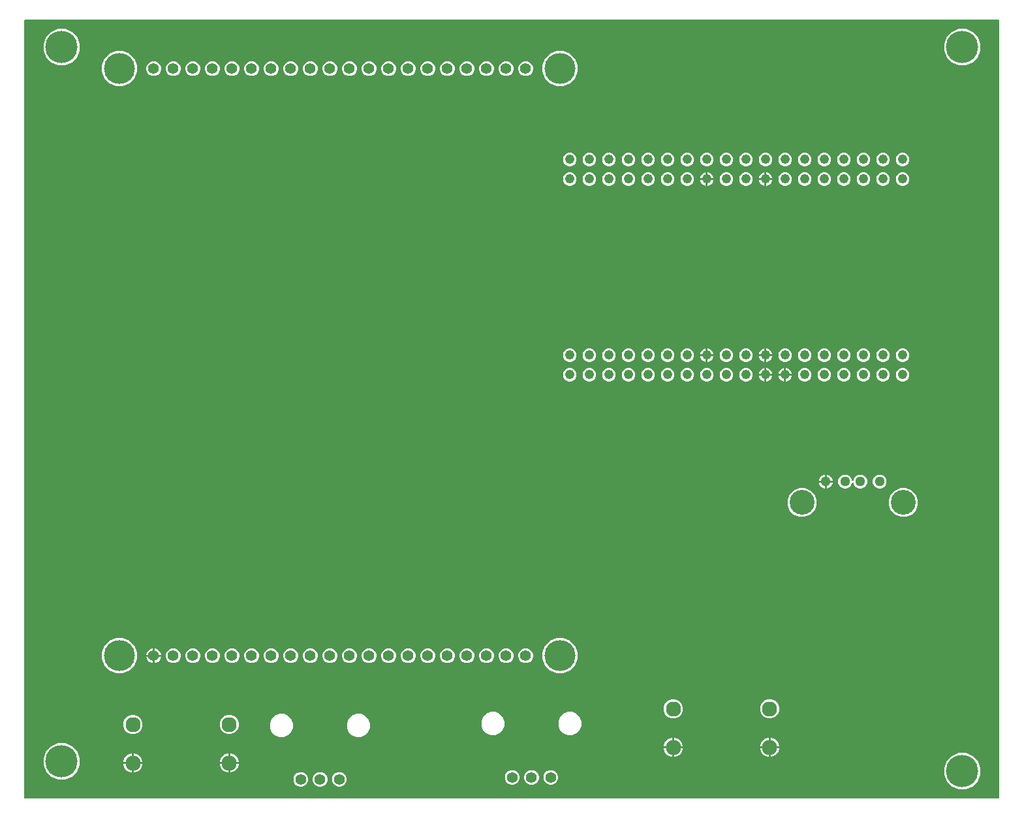
<source format=gbr>
G04 EAGLE Gerber RS-274X export*
G75*
%MOMM*%
%FSLAX34Y34*%
%LPD*%
%INCopper Layer 2*%
%IPPOS*%
%AMOC8*
5,1,8,0,0,1.08239X$1,22.5*%
G01*
G04 Define Apertures*
%ADD10C,1.244600*%
%ADD11C,1.288000*%
%ADD12C,3.220000*%
%ADD13C,1.400000*%
%ADD14C,4.016000*%
%ADD15C,1.960000*%
%ADD16C,4.191000*%
G36*
X1266685Y2641D02*
X1266190Y2540D01*
X3810Y2540D01*
X3352Y2625D01*
X2926Y2898D01*
X2641Y3315D01*
X2540Y3810D01*
X2540Y1012190D01*
X2625Y1012648D01*
X2898Y1013074D01*
X3315Y1013359D01*
X3810Y1013460D01*
X1266190Y1013460D01*
X1266648Y1013375D01*
X1267074Y1013102D01*
X1267359Y1012685D01*
X1267460Y1012190D01*
X1267460Y3810D01*
X1267375Y3352D01*
X1267102Y2926D01*
X1266685Y2641D01*
G37*
%LPC*%
G36*
X1214527Y954405D02*
X1223874Y954405D01*
X1232509Y957982D01*
X1239118Y964591D01*
X1242695Y973227D01*
X1242695Y982574D01*
X1239118Y991209D01*
X1232509Y997818D01*
X1223874Y1001395D01*
X1214527Y1001395D01*
X1205891Y997818D01*
X1199282Y991209D01*
X1195705Y982574D01*
X1195705Y973227D01*
X1199282Y964591D01*
X1205891Y957982D01*
X1214527Y954405D01*
G37*
G36*
X46127Y954405D02*
X55474Y954405D01*
X64109Y957982D01*
X70718Y964591D01*
X74295Y973227D01*
X74295Y982574D01*
X70718Y991209D01*
X64109Y997818D01*
X55474Y1001395D01*
X46127Y1001395D01*
X37491Y997818D01*
X30882Y991209D01*
X27305Y982574D01*
X27305Y973227D01*
X30882Y964591D01*
X37491Y957982D01*
X46127Y954405D01*
G37*
G36*
X692731Y927340D02*
X701729Y927340D01*
X710043Y930784D01*
X716406Y937147D01*
X719850Y945461D01*
X719850Y954459D01*
X716406Y962773D01*
X710043Y969136D01*
X701729Y972580D01*
X692731Y972580D01*
X684417Y969136D01*
X678054Y962773D01*
X674610Y954459D01*
X674610Y945461D01*
X678054Y937147D01*
X684417Y930784D01*
X692731Y927340D01*
G37*
G36*
X121231Y927340D02*
X130229Y927340D01*
X138543Y930784D01*
X144906Y937147D01*
X148350Y945461D01*
X148350Y954459D01*
X144906Y962773D01*
X138543Y969136D01*
X130229Y972580D01*
X121231Y972580D01*
X112917Y969136D01*
X106554Y962773D01*
X103110Y954459D01*
X103110Y945461D01*
X106554Y937147D01*
X112917Y930784D01*
X121231Y927340D01*
G37*
G36*
X650882Y940420D02*
X654678Y940420D01*
X658184Y941872D01*
X660868Y944556D01*
X662320Y948062D01*
X662320Y951858D01*
X660868Y955364D01*
X658184Y958048D01*
X654678Y959500D01*
X650882Y959500D01*
X647376Y958048D01*
X644692Y955364D01*
X643240Y951858D01*
X643240Y948062D01*
X644692Y944556D01*
X647376Y941872D01*
X650882Y940420D01*
G37*
G36*
X625482Y940420D02*
X629278Y940420D01*
X632784Y941872D01*
X635468Y944556D01*
X636920Y948062D01*
X636920Y951858D01*
X635468Y955364D01*
X632784Y958048D01*
X629278Y959500D01*
X625482Y959500D01*
X621976Y958048D01*
X619292Y955364D01*
X617840Y951858D01*
X617840Y948062D01*
X619292Y944556D01*
X621976Y941872D01*
X625482Y940420D01*
G37*
G36*
X600082Y940420D02*
X603878Y940420D01*
X607384Y941872D01*
X610068Y944556D01*
X611520Y948062D01*
X611520Y951858D01*
X610068Y955364D01*
X607384Y958048D01*
X603878Y959500D01*
X600082Y959500D01*
X596576Y958048D01*
X593892Y955364D01*
X592440Y951858D01*
X592440Y948062D01*
X593892Y944556D01*
X596576Y941872D01*
X600082Y940420D01*
G37*
G36*
X574682Y940420D02*
X578478Y940420D01*
X581984Y941872D01*
X584668Y944556D01*
X586120Y948062D01*
X586120Y951858D01*
X584668Y955364D01*
X581984Y958048D01*
X578478Y959500D01*
X574682Y959500D01*
X571176Y958048D01*
X568492Y955364D01*
X567040Y951858D01*
X567040Y948062D01*
X568492Y944556D01*
X571176Y941872D01*
X574682Y940420D01*
G37*
G36*
X549282Y940420D02*
X553078Y940420D01*
X556584Y941872D01*
X559268Y944556D01*
X560720Y948062D01*
X560720Y951858D01*
X559268Y955364D01*
X556584Y958048D01*
X553078Y959500D01*
X549282Y959500D01*
X545776Y958048D01*
X543092Y955364D01*
X541640Y951858D01*
X541640Y948062D01*
X543092Y944556D01*
X545776Y941872D01*
X549282Y940420D01*
G37*
G36*
X523882Y940420D02*
X527678Y940420D01*
X531184Y941872D01*
X533868Y944556D01*
X535320Y948062D01*
X535320Y951858D01*
X533868Y955364D01*
X531184Y958048D01*
X527678Y959500D01*
X523882Y959500D01*
X520376Y958048D01*
X517692Y955364D01*
X516240Y951858D01*
X516240Y948062D01*
X517692Y944556D01*
X520376Y941872D01*
X523882Y940420D01*
G37*
G36*
X498482Y940420D02*
X502278Y940420D01*
X505784Y941872D01*
X508468Y944556D01*
X509920Y948062D01*
X509920Y951858D01*
X508468Y955364D01*
X505784Y958048D01*
X502278Y959500D01*
X498482Y959500D01*
X494976Y958048D01*
X492292Y955364D01*
X490840Y951858D01*
X490840Y948062D01*
X492292Y944556D01*
X494976Y941872D01*
X498482Y940420D01*
G37*
G36*
X473082Y940420D02*
X476878Y940420D01*
X480384Y941872D01*
X483068Y944556D01*
X484520Y948062D01*
X484520Y951858D01*
X483068Y955364D01*
X480384Y958048D01*
X476878Y959500D01*
X473082Y959500D01*
X469576Y958048D01*
X466892Y955364D01*
X465440Y951858D01*
X465440Y948062D01*
X466892Y944556D01*
X469576Y941872D01*
X473082Y940420D01*
G37*
G36*
X447682Y940420D02*
X451478Y940420D01*
X454984Y941872D01*
X457668Y944556D01*
X459120Y948062D01*
X459120Y951858D01*
X457668Y955364D01*
X454984Y958048D01*
X451478Y959500D01*
X447682Y959500D01*
X444176Y958048D01*
X441492Y955364D01*
X440040Y951858D01*
X440040Y948062D01*
X441492Y944556D01*
X444176Y941872D01*
X447682Y940420D01*
G37*
G36*
X422282Y940420D02*
X426078Y940420D01*
X429584Y941872D01*
X432268Y944556D01*
X433720Y948062D01*
X433720Y951858D01*
X432268Y955364D01*
X429584Y958048D01*
X426078Y959500D01*
X422282Y959500D01*
X418776Y958048D01*
X416092Y955364D01*
X414640Y951858D01*
X414640Y948062D01*
X416092Y944556D01*
X418776Y941872D01*
X422282Y940420D01*
G37*
G36*
X396882Y940420D02*
X400678Y940420D01*
X404184Y941872D01*
X406868Y944556D01*
X408320Y948062D01*
X408320Y951858D01*
X406868Y955364D01*
X404184Y958048D01*
X400678Y959500D01*
X396882Y959500D01*
X393376Y958048D01*
X390692Y955364D01*
X389240Y951858D01*
X389240Y948062D01*
X390692Y944556D01*
X393376Y941872D01*
X396882Y940420D01*
G37*
G36*
X371482Y940420D02*
X375278Y940420D01*
X378784Y941872D01*
X381468Y944556D01*
X382920Y948062D01*
X382920Y951858D01*
X381468Y955364D01*
X378784Y958048D01*
X375278Y959500D01*
X371482Y959500D01*
X367976Y958048D01*
X365292Y955364D01*
X363840Y951858D01*
X363840Y948062D01*
X365292Y944556D01*
X367976Y941872D01*
X371482Y940420D01*
G37*
G36*
X346082Y940420D02*
X349878Y940420D01*
X353384Y941872D01*
X356068Y944556D01*
X357520Y948062D01*
X357520Y951858D01*
X356068Y955364D01*
X353384Y958048D01*
X349878Y959500D01*
X346082Y959500D01*
X342576Y958048D01*
X339892Y955364D01*
X338440Y951858D01*
X338440Y948062D01*
X339892Y944556D01*
X342576Y941872D01*
X346082Y940420D01*
G37*
G36*
X320682Y940420D02*
X324478Y940420D01*
X327984Y941872D01*
X330668Y944556D01*
X332120Y948062D01*
X332120Y951858D01*
X330668Y955364D01*
X327984Y958048D01*
X324478Y959500D01*
X320682Y959500D01*
X317176Y958048D01*
X314492Y955364D01*
X313040Y951858D01*
X313040Y948062D01*
X314492Y944556D01*
X317176Y941872D01*
X320682Y940420D01*
G37*
G36*
X295282Y940420D02*
X299078Y940420D01*
X302584Y941872D01*
X305268Y944556D01*
X306720Y948062D01*
X306720Y951858D01*
X305268Y955364D01*
X302584Y958048D01*
X299078Y959500D01*
X295282Y959500D01*
X291776Y958048D01*
X289092Y955364D01*
X287640Y951858D01*
X287640Y948062D01*
X289092Y944556D01*
X291776Y941872D01*
X295282Y940420D01*
G37*
G36*
X269882Y940420D02*
X273678Y940420D01*
X277184Y941872D01*
X279868Y944556D01*
X281320Y948062D01*
X281320Y951858D01*
X279868Y955364D01*
X277184Y958048D01*
X273678Y959500D01*
X269882Y959500D01*
X266376Y958048D01*
X263692Y955364D01*
X262240Y951858D01*
X262240Y948062D01*
X263692Y944556D01*
X266376Y941872D01*
X269882Y940420D01*
G37*
G36*
X244482Y940420D02*
X248278Y940420D01*
X251784Y941872D01*
X254468Y944556D01*
X255920Y948062D01*
X255920Y951858D01*
X254468Y955364D01*
X251784Y958048D01*
X248278Y959500D01*
X244482Y959500D01*
X240976Y958048D01*
X238292Y955364D01*
X236840Y951858D01*
X236840Y948062D01*
X238292Y944556D01*
X240976Y941872D01*
X244482Y940420D01*
G37*
G36*
X219082Y940420D02*
X222878Y940420D01*
X226384Y941872D01*
X229068Y944556D01*
X230520Y948062D01*
X230520Y951858D01*
X229068Y955364D01*
X226384Y958048D01*
X222878Y959500D01*
X219082Y959500D01*
X215576Y958048D01*
X212892Y955364D01*
X211440Y951858D01*
X211440Y948062D01*
X212892Y944556D01*
X215576Y941872D01*
X219082Y940420D01*
G37*
G36*
X193682Y940420D02*
X197478Y940420D01*
X200984Y941872D01*
X203668Y944556D01*
X205120Y948062D01*
X205120Y951858D01*
X203668Y955364D01*
X200984Y958048D01*
X197478Y959500D01*
X193682Y959500D01*
X190176Y958048D01*
X187492Y955364D01*
X186040Y951858D01*
X186040Y948062D01*
X187492Y944556D01*
X190176Y941872D01*
X193682Y940420D01*
G37*
G36*
X168282Y940420D02*
X172078Y940420D01*
X175584Y941872D01*
X178268Y944556D01*
X179720Y948062D01*
X179720Y951858D01*
X178268Y955364D01*
X175584Y958048D01*
X172078Y959500D01*
X168282Y959500D01*
X164776Y958048D01*
X162092Y955364D01*
X160640Y951858D01*
X160640Y948062D01*
X162092Y944556D01*
X164776Y941872D01*
X168282Y940420D01*
G37*
G36*
X1139985Y823212D02*
X1143471Y823212D01*
X1146692Y824546D01*
X1149157Y827011D01*
X1150491Y830232D01*
X1150491Y833718D01*
X1149157Y836939D01*
X1146692Y839404D01*
X1143471Y840738D01*
X1139985Y840738D01*
X1136764Y839404D01*
X1134299Y836939D01*
X1132965Y833718D01*
X1132965Y830232D01*
X1134299Y827011D01*
X1136764Y824546D01*
X1139985Y823212D01*
G37*
G36*
X1114585Y823212D02*
X1118071Y823212D01*
X1121292Y824546D01*
X1123757Y827011D01*
X1125091Y830232D01*
X1125091Y833718D01*
X1123757Y836939D01*
X1121292Y839404D01*
X1118071Y840738D01*
X1114585Y840738D01*
X1111364Y839404D01*
X1108899Y836939D01*
X1107565Y833718D01*
X1107565Y830232D01*
X1108899Y827011D01*
X1111364Y824546D01*
X1114585Y823212D01*
G37*
G36*
X1089185Y823212D02*
X1092671Y823212D01*
X1095892Y824546D01*
X1098357Y827011D01*
X1099691Y830232D01*
X1099691Y833718D01*
X1098357Y836939D01*
X1095892Y839404D01*
X1092671Y840738D01*
X1089185Y840738D01*
X1085964Y839404D01*
X1083499Y836939D01*
X1082165Y833718D01*
X1082165Y830232D01*
X1083499Y827011D01*
X1085964Y824546D01*
X1089185Y823212D01*
G37*
G36*
X1063785Y823212D02*
X1067271Y823212D01*
X1070492Y824546D01*
X1072957Y827011D01*
X1074291Y830232D01*
X1074291Y833718D01*
X1072957Y836939D01*
X1070492Y839404D01*
X1067271Y840738D01*
X1063785Y840738D01*
X1060564Y839404D01*
X1058099Y836939D01*
X1056765Y833718D01*
X1056765Y830232D01*
X1058099Y827011D01*
X1060564Y824546D01*
X1063785Y823212D01*
G37*
G36*
X1038385Y823212D02*
X1041871Y823212D01*
X1045092Y824546D01*
X1047557Y827011D01*
X1048891Y830232D01*
X1048891Y833718D01*
X1047557Y836939D01*
X1045092Y839404D01*
X1041871Y840738D01*
X1038385Y840738D01*
X1035164Y839404D01*
X1032699Y836939D01*
X1031365Y833718D01*
X1031365Y830232D01*
X1032699Y827011D01*
X1035164Y824546D01*
X1038385Y823212D01*
G37*
G36*
X1012985Y823212D02*
X1016471Y823212D01*
X1019692Y824546D01*
X1022157Y827011D01*
X1023491Y830232D01*
X1023491Y833718D01*
X1022157Y836939D01*
X1019692Y839404D01*
X1016471Y840738D01*
X1012985Y840738D01*
X1009764Y839404D01*
X1007299Y836939D01*
X1005965Y833718D01*
X1005965Y830232D01*
X1007299Y827011D01*
X1009764Y824546D01*
X1012985Y823212D01*
G37*
G36*
X987585Y823212D02*
X991071Y823212D01*
X994292Y824546D01*
X996757Y827011D01*
X998091Y830232D01*
X998091Y833718D01*
X996757Y836939D01*
X994292Y839404D01*
X991071Y840738D01*
X987585Y840738D01*
X984364Y839404D01*
X981899Y836939D01*
X980565Y833718D01*
X980565Y830232D01*
X981899Y827011D01*
X984364Y824546D01*
X987585Y823212D01*
G37*
G36*
X962185Y823212D02*
X965671Y823212D01*
X968892Y824546D01*
X971357Y827011D01*
X972691Y830232D01*
X972691Y833718D01*
X971357Y836939D01*
X968892Y839404D01*
X965671Y840738D01*
X962185Y840738D01*
X958964Y839404D01*
X956499Y836939D01*
X955165Y833718D01*
X955165Y830232D01*
X956499Y827011D01*
X958964Y824546D01*
X962185Y823212D01*
G37*
G36*
X936785Y823212D02*
X940271Y823212D01*
X943492Y824546D01*
X945957Y827011D01*
X947291Y830232D01*
X947291Y833718D01*
X945957Y836939D01*
X943492Y839404D01*
X940271Y840738D01*
X936785Y840738D01*
X933564Y839404D01*
X931099Y836939D01*
X929765Y833718D01*
X929765Y830232D01*
X931099Y827011D01*
X933564Y824546D01*
X936785Y823212D01*
G37*
G36*
X911385Y823212D02*
X914871Y823212D01*
X918092Y824546D01*
X920557Y827011D01*
X921891Y830232D01*
X921891Y833718D01*
X920557Y836939D01*
X918092Y839404D01*
X914871Y840738D01*
X911385Y840738D01*
X908164Y839404D01*
X905699Y836939D01*
X904365Y833718D01*
X904365Y830232D01*
X905699Y827011D01*
X908164Y824546D01*
X911385Y823212D01*
G37*
G36*
X885985Y823212D02*
X889471Y823212D01*
X892692Y824546D01*
X895157Y827011D01*
X896491Y830232D01*
X896491Y833718D01*
X895157Y836939D01*
X892692Y839404D01*
X889471Y840738D01*
X885985Y840738D01*
X882764Y839404D01*
X880299Y836939D01*
X878965Y833718D01*
X878965Y830232D01*
X880299Y827011D01*
X882764Y824546D01*
X885985Y823212D01*
G37*
G36*
X860585Y823212D02*
X864071Y823212D01*
X867292Y824546D01*
X869757Y827011D01*
X871091Y830232D01*
X871091Y833718D01*
X869757Y836939D01*
X867292Y839404D01*
X864071Y840738D01*
X860585Y840738D01*
X857364Y839404D01*
X854899Y836939D01*
X853565Y833718D01*
X853565Y830232D01*
X854899Y827011D01*
X857364Y824546D01*
X860585Y823212D01*
G37*
G36*
X835185Y823212D02*
X838671Y823212D01*
X841892Y824546D01*
X844357Y827011D01*
X845691Y830232D01*
X845691Y833718D01*
X844357Y836939D01*
X841892Y839404D01*
X838671Y840738D01*
X835185Y840738D01*
X831964Y839404D01*
X829499Y836939D01*
X828165Y833718D01*
X828165Y830232D01*
X829499Y827011D01*
X831964Y824546D01*
X835185Y823212D01*
G37*
G36*
X809785Y823212D02*
X813271Y823212D01*
X816492Y824546D01*
X818957Y827011D01*
X820291Y830232D01*
X820291Y833718D01*
X818957Y836939D01*
X816492Y839404D01*
X813271Y840738D01*
X809785Y840738D01*
X806564Y839404D01*
X804099Y836939D01*
X802765Y833718D01*
X802765Y830232D01*
X804099Y827011D01*
X806564Y824546D01*
X809785Y823212D01*
G37*
G36*
X784385Y823212D02*
X787871Y823212D01*
X791092Y824546D01*
X793557Y827011D01*
X794891Y830232D01*
X794891Y833718D01*
X793557Y836939D01*
X791092Y839404D01*
X787871Y840738D01*
X784385Y840738D01*
X781164Y839404D01*
X778699Y836939D01*
X777365Y833718D01*
X777365Y830232D01*
X778699Y827011D01*
X781164Y824546D01*
X784385Y823212D01*
G37*
G36*
X758985Y823212D02*
X762471Y823212D01*
X765692Y824546D01*
X768157Y827011D01*
X769491Y830232D01*
X769491Y833718D01*
X768157Y836939D01*
X765692Y839404D01*
X762471Y840738D01*
X758985Y840738D01*
X755764Y839404D01*
X753299Y836939D01*
X751965Y833718D01*
X751965Y830232D01*
X753299Y827011D01*
X755764Y824546D01*
X758985Y823212D01*
G37*
G36*
X733585Y823212D02*
X737071Y823212D01*
X740292Y824546D01*
X742757Y827011D01*
X744091Y830232D01*
X744091Y833718D01*
X742757Y836939D01*
X740292Y839404D01*
X737071Y840738D01*
X733585Y840738D01*
X730364Y839404D01*
X727899Y836939D01*
X726565Y833718D01*
X726565Y830232D01*
X727899Y827011D01*
X730364Y824546D01*
X733585Y823212D01*
G37*
G36*
X708185Y823212D02*
X711671Y823212D01*
X714892Y824546D01*
X717357Y827011D01*
X718691Y830232D01*
X718691Y833718D01*
X717357Y836939D01*
X714892Y839404D01*
X711671Y840738D01*
X708185Y840738D01*
X704964Y839404D01*
X702499Y836939D01*
X701165Y833718D01*
X701165Y830232D01*
X702499Y827011D01*
X704964Y824546D01*
X708185Y823212D01*
G37*
G36*
X1139985Y797812D02*
X1143471Y797812D01*
X1146692Y799146D01*
X1149157Y801611D01*
X1150491Y804832D01*
X1150491Y808318D01*
X1149157Y811539D01*
X1146692Y814004D01*
X1143471Y815338D01*
X1139985Y815338D01*
X1136764Y814004D01*
X1134299Y811539D01*
X1132965Y808318D01*
X1132965Y804832D01*
X1134299Y801611D01*
X1136764Y799146D01*
X1139985Y797812D01*
G37*
G36*
X1114585Y797812D02*
X1118071Y797812D01*
X1121292Y799146D01*
X1123757Y801611D01*
X1125091Y804832D01*
X1125091Y808318D01*
X1123757Y811539D01*
X1121292Y814004D01*
X1118071Y815338D01*
X1114585Y815338D01*
X1111364Y814004D01*
X1108899Y811539D01*
X1107565Y808318D01*
X1107565Y804832D01*
X1108899Y801611D01*
X1111364Y799146D01*
X1114585Y797812D01*
G37*
G36*
X1089185Y797812D02*
X1092671Y797812D01*
X1095892Y799146D01*
X1098357Y801611D01*
X1099691Y804832D01*
X1099691Y808318D01*
X1098357Y811539D01*
X1095892Y814004D01*
X1092671Y815338D01*
X1089185Y815338D01*
X1085964Y814004D01*
X1083499Y811539D01*
X1082165Y808318D01*
X1082165Y804832D01*
X1083499Y801611D01*
X1085964Y799146D01*
X1089185Y797812D01*
G37*
G36*
X1063785Y797812D02*
X1067271Y797812D01*
X1070492Y799146D01*
X1072957Y801611D01*
X1074291Y804832D01*
X1074291Y808318D01*
X1072957Y811539D01*
X1070492Y814004D01*
X1067271Y815338D01*
X1063785Y815338D01*
X1060564Y814004D01*
X1058099Y811539D01*
X1056765Y808318D01*
X1056765Y804832D01*
X1058099Y801611D01*
X1060564Y799146D01*
X1063785Y797812D01*
G37*
G36*
X1038385Y797812D02*
X1041871Y797812D01*
X1045092Y799146D01*
X1047557Y801611D01*
X1048891Y804832D01*
X1048891Y808318D01*
X1047557Y811539D01*
X1045092Y814004D01*
X1041871Y815338D01*
X1038385Y815338D01*
X1035164Y814004D01*
X1032699Y811539D01*
X1031365Y808318D01*
X1031365Y804832D01*
X1032699Y801611D01*
X1035164Y799146D01*
X1038385Y797812D01*
G37*
G36*
X1012985Y797812D02*
X1016471Y797812D01*
X1019692Y799146D01*
X1022157Y801611D01*
X1023491Y804832D01*
X1023491Y808318D01*
X1022157Y811539D01*
X1019692Y814004D01*
X1016471Y815338D01*
X1012985Y815338D01*
X1009764Y814004D01*
X1007299Y811539D01*
X1005965Y808318D01*
X1005965Y804832D01*
X1007299Y801611D01*
X1009764Y799146D01*
X1012985Y797812D01*
G37*
G36*
X987585Y797812D02*
X991071Y797812D01*
X994292Y799146D01*
X996757Y801611D01*
X998091Y804832D01*
X998091Y808318D01*
X996757Y811539D01*
X994292Y814004D01*
X991071Y815338D01*
X987585Y815338D01*
X984364Y814004D01*
X981899Y811539D01*
X980565Y808318D01*
X980565Y804832D01*
X981899Y801611D01*
X984364Y799146D01*
X987585Y797812D01*
G37*
G36*
X955165Y807845D02*
X962658Y807845D01*
X962658Y815338D01*
X962185Y815338D01*
X958964Y814004D01*
X956499Y811539D01*
X955165Y808318D01*
X955165Y807845D01*
G37*
G36*
X936785Y797812D02*
X940271Y797812D01*
X943492Y799146D01*
X945957Y801611D01*
X947291Y804832D01*
X947291Y808318D01*
X945957Y811539D01*
X943492Y814004D01*
X940271Y815338D01*
X936785Y815338D01*
X933564Y814004D01*
X931099Y811539D01*
X929765Y808318D01*
X929765Y804832D01*
X931099Y801611D01*
X933564Y799146D01*
X936785Y797812D01*
G37*
G36*
X911385Y797812D02*
X914871Y797812D01*
X918092Y799146D01*
X920557Y801611D01*
X921891Y804832D01*
X921891Y808318D01*
X920557Y811539D01*
X918092Y814004D01*
X914871Y815338D01*
X911385Y815338D01*
X908164Y814004D01*
X905699Y811539D01*
X904365Y808318D01*
X904365Y804832D01*
X905699Y801611D01*
X908164Y799146D01*
X911385Y797812D01*
G37*
G36*
X878965Y807845D02*
X886458Y807845D01*
X886458Y815338D01*
X885985Y815338D01*
X882764Y814004D01*
X880299Y811539D01*
X878965Y808318D01*
X878965Y807845D01*
G37*
G36*
X860585Y797812D02*
X864071Y797812D01*
X867292Y799146D01*
X869757Y801611D01*
X871091Y804832D01*
X871091Y808318D01*
X869757Y811539D01*
X867292Y814004D01*
X864071Y815338D01*
X860585Y815338D01*
X857364Y814004D01*
X854899Y811539D01*
X853565Y808318D01*
X853565Y804832D01*
X854899Y801611D01*
X857364Y799146D01*
X860585Y797812D01*
G37*
G36*
X835185Y797812D02*
X838671Y797812D01*
X841892Y799146D01*
X844357Y801611D01*
X845691Y804832D01*
X845691Y808318D01*
X844357Y811539D01*
X841892Y814004D01*
X838671Y815338D01*
X835185Y815338D01*
X831964Y814004D01*
X829499Y811539D01*
X828165Y808318D01*
X828165Y804832D01*
X829499Y801611D01*
X831964Y799146D01*
X835185Y797812D01*
G37*
G36*
X809785Y797812D02*
X813271Y797812D01*
X816492Y799146D01*
X818957Y801611D01*
X820291Y804832D01*
X820291Y808318D01*
X818957Y811539D01*
X816492Y814004D01*
X813271Y815338D01*
X809785Y815338D01*
X806564Y814004D01*
X804099Y811539D01*
X802765Y808318D01*
X802765Y804832D01*
X804099Y801611D01*
X806564Y799146D01*
X809785Y797812D01*
G37*
G36*
X784385Y797812D02*
X787871Y797812D01*
X791092Y799146D01*
X793557Y801611D01*
X794891Y804832D01*
X794891Y808318D01*
X793557Y811539D01*
X791092Y814004D01*
X787871Y815338D01*
X784385Y815338D01*
X781164Y814004D01*
X778699Y811539D01*
X777365Y808318D01*
X777365Y804832D01*
X778699Y801611D01*
X781164Y799146D01*
X784385Y797812D01*
G37*
G36*
X758985Y797812D02*
X762471Y797812D01*
X765692Y799146D01*
X768157Y801611D01*
X769491Y804832D01*
X769491Y808318D01*
X768157Y811539D01*
X765692Y814004D01*
X762471Y815338D01*
X758985Y815338D01*
X755764Y814004D01*
X753299Y811539D01*
X751965Y808318D01*
X751965Y804832D01*
X753299Y801611D01*
X755764Y799146D01*
X758985Y797812D01*
G37*
G36*
X733585Y797812D02*
X737071Y797812D01*
X740292Y799146D01*
X742757Y801611D01*
X744091Y804832D01*
X744091Y808318D01*
X742757Y811539D01*
X740292Y814004D01*
X737071Y815338D01*
X733585Y815338D01*
X730364Y814004D01*
X727899Y811539D01*
X726565Y808318D01*
X726565Y804832D01*
X727899Y801611D01*
X730364Y799146D01*
X733585Y797812D01*
G37*
G36*
X708185Y797812D02*
X711671Y797812D01*
X714892Y799146D01*
X717357Y801611D01*
X718691Y804832D01*
X718691Y808318D01*
X717357Y811539D01*
X714892Y814004D01*
X711671Y815338D01*
X708185Y815338D01*
X704964Y814004D01*
X702499Y811539D01*
X701165Y808318D01*
X701165Y804832D01*
X702499Y801611D01*
X704964Y799146D01*
X708185Y797812D01*
G37*
G36*
X888998Y807845D02*
X896491Y807845D01*
X896491Y808318D01*
X895157Y811539D01*
X892692Y814004D01*
X889471Y815338D01*
X888998Y815338D01*
X888998Y807845D01*
G37*
G36*
X965198Y807845D02*
X972691Y807845D01*
X972691Y808318D01*
X971357Y811539D01*
X968892Y814004D01*
X965671Y815338D01*
X965198Y815338D01*
X965198Y807845D01*
G37*
G36*
X965198Y797812D02*
X965671Y797812D01*
X968892Y799146D01*
X971357Y801611D01*
X972691Y804832D01*
X972691Y805305D01*
X965198Y805305D01*
X965198Y797812D01*
G37*
G36*
X962185Y797812D02*
X962658Y797812D01*
X962658Y805305D01*
X955165Y805305D01*
X955165Y804832D01*
X956499Y801611D01*
X958964Y799146D01*
X962185Y797812D01*
G37*
G36*
X888998Y797812D02*
X889471Y797812D01*
X892692Y799146D01*
X895157Y801611D01*
X896491Y804832D01*
X896491Y805305D01*
X888998Y805305D01*
X888998Y797812D01*
G37*
G36*
X885985Y797812D02*
X886458Y797812D01*
X886458Y805305D01*
X878965Y805305D01*
X878965Y804832D01*
X880299Y801611D01*
X882764Y799146D01*
X885985Y797812D01*
G37*
G36*
X1139985Y569212D02*
X1143471Y569212D01*
X1146692Y570546D01*
X1149157Y573011D01*
X1150491Y576232D01*
X1150491Y579718D01*
X1149157Y582939D01*
X1146692Y585404D01*
X1143471Y586738D01*
X1139985Y586738D01*
X1136764Y585404D01*
X1134299Y582939D01*
X1132965Y579718D01*
X1132965Y576232D01*
X1134299Y573011D01*
X1136764Y570546D01*
X1139985Y569212D01*
G37*
G36*
X1114585Y569212D02*
X1118071Y569212D01*
X1121292Y570546D01*
X1123757Y573011D01*
X1125091Y576232D01*
X1125091Y579718D01*
X1123757Y582939D01*
X1121292Y585404D01*
X1118071Y586738D01*
X1114585Y586738D01*
X1111364Y585404D01*
X1108899Y582939D01*
X1107565Y579718D01*
X1107565Y576232D01*
X1108899Y573011D01*
X1111364Y570546D01*
X1114585Y569212D01*
G37*
G36*
X1089185Y569212D02*
X1092671Y569212D01*
X1095892Y570546D01*
X1098357Y573011D01*
X1099691Y576232D01*
X1099691Y579718D01*
X1098357Y582939D01*
X1095892Y585404D01*
X1092671Y586738D01*
X1089185Y586738D01*
X1085964Y585404D01*
X1083499Y582939D01*
X1082165Y579718D01*
X1082165Y576232D01*
X1083499Y573011D01*
X1085964Y570546D01*
X1089185Y569212D01*
G37*
G36*
X1063785Y569212D02*
X1067271Y569212D01*
X1070492Y570546D01*
X1072957Y573011D01*
X1074291Y576232D01*
X1074291Y579718D01*
X1072957Y582939D01*
X1070492Y585404D01*
X1067271Y586738D01*
X1063785Y586738D01*
X1060564Y585404D01*
X1058099Y582939D01*
X1056765Y579718D01*
X1056765Y576232D01*
X1058099Y573011D01*
X1060564Y570546D01*
X1063785Y569212D01*
G37*
G36*
X1038385Y569212D02*
X1041871Y569212D01*
X1045092Y570546D01*
X1047557Y573011D01*
X1048891Y576232D01*
X1048891Y579718D01*
X1047557Y582939D01*
X1045092Y585404D01*
X1041871Y586738D01*
X1038385Y586738D01*
X1035164Y585404D01*
X1032699Y582939D01*
X1031365Y579718D01*
X1031365Y576232D01*
X1032699Y573011D01*
X1035164Y570546D01*
X1038385Y569212D01*
G37*
G36*
X1012985Y569212D02*
X1016471Y569212D01*
X1019692Y570546D01*
X1022157Y573011D01*
X1023491Y576232D01*
X1023491Y579718D01*
X1022157Y582939D01*
X1019692Y585404D01*
X1016471Y586738D01*
X1012985Y586738D01*
X1009764Y585404D01*
X1007299Y582939D01*
X1005965Y579718D01*
X1005965Y576232D01*
X1007299Y573011D01*
X1009764Y570546D01*
X1012985Y569212D01*
G37*
G36*
X987585Y569212D02*
X991071Y569212D01*
X994292Y570546D01*
X996757Y573011D01*
X998091Y576232D01*
X998091Y579718D01*
X996757Y582939D01*
X994292Y585404D01*
X991071Y586738D01*
X987585Y586738D01*
X984364Y585404D01*
X981899Y582939D01*
X980565Y579718D01*
X980565Y576232D01*
X981899Y573011D01*
X984364Y570546D01*
X987585Y569212D01*
G37*
G36*
X955165Y579245D02*
X962658Y579245D01*
X962658Y586738D01*
X962185Y586738D01*
X958964Y585404D01*
X956499Y582939D01*
X955165Y579718D01*
X955165Y579245D01*
G37*
G36*
X936785Y569212D02*
X940271Y569212D01*
X943492Y570546D01*
X945957Y573011D01*
X947291Y576232D01*
X947291Y579718D01*
X945957Y582939D01*
X943492Y585404D01*
X940271Y586738D01*
X936785Y586738D01*
X933564Y585404D01*
X931099Y582939D01*
X929765Y579718D01*
X929765Y576232D01*
X931099Y573011D01*
X933564Y570546D01*
X936785Y569212D01*
G37*
G36*
X911385Y569212D02*
X914871Y569212D01*
X918092Y570546D01*
X920557Y573011D01*
X921891Y576232D01*
X921891Y579718D01*
X920557Y582939D01*
X918092Y585404D01*
X914871Y586738D01*
X911385Y586738D01*
X908164Y585404D01*
X905699Y582939D01*
X904365Y579718D01*
X904365Y576232D01*
X905699Y573011D01*
X908164Y570546D01*
X911385Y569212D01*
G37*
G36*
X878965Y579245D02*
X886458Y579245D01*
X886458Y586738D01*
X885985Y586738D01*
X882764Y585404D01*
X880299Y582939D01*
X878965Y579718D01*
X878965Y579245D01*
G37*
G36*
X860585Y569212D02*
X864071Y569212D01*
X867292Y570546D01*
X869757Y573011D01*
X871091Y576232D01*
X871091Y579718D01*
X869757Y582939D01*
X867292Y585404D01*
X864071Y586738D01*
X860585Y586738D01*
X857364Y585404D01*
X854899Y582939D01*
X853565Y579718D01*
X853565Y576232D01*
X854899Y573011D01*
X857364Y570546D01*
X860585Y569212D01*
G37*
G36*
X835185Y569212D02*
X838671Y569212D01*
X841892Y570546D01*
X844357Y573011D01*
X845691Y576232D01*
X845691Y579718D01*
X844357Y582939D01*
X841892Y585404D01*
X838671Y586738D01*
X835185Y586738D01*
X831964Y585404D01*
X829499Y582939D01*
X828165Y579718D01*
X828165Y576232D01*
X829499Y573011D01*
X831964Y570546D01*
X835185Y569212D01*
G37*
G36*
X809785Y569212D02*
X813271Y569212D01*
X816492Y570546D01*
X818957Y573011D01*
X820291Y576232D01*
X820291Y579718D01*
X818957Y582939D01*
X816492Y585404D01*
X813271Y586738D01*
X809785Y586738D01*
X806564Y585404D01*
X804099Y582939D01*
X802765Y579718D01*
X802765Y576232D01*
X804099Y573011D01*
X806564Y570546D01*
X809785Y569212D01*
G37*
G36*
X784385Y569212D02*
X787871Y569212D01*
X791092Y570546D01*
X793557Y573011D01*
X794891Y576232D01*
X794891Y579718D01*
X793557Y582939D01*
X791092Y585404D01*
X787871Y586738D01*
X784385Y586738D01*
X781164Y585404D01*
X778699Y582939D01*
X777365Y579718D01*
X777365Y576232D01*
X778699Y573011D01*
X781164Y570546D01*
X784385Y569212D01*
G37*
G36*
X758985Y569212D02*
X762471Y569212D01*
X765692Y570546D01*
X768157Y573011D01*
X769491Y576232D01*
X769491Y579718D01*
X768157Y582939D01*
X765692Y585404D01*
X762471Y586738D01*
X758985Y586738D01*
X755764Y585404D01*
X753299Y582939D01*
X751965Y579718D01*
X751965Y576232D01*
X753299Y573011D01*
X755764Y570546D01*
X758985Y569212D01*
G37*
G36*
X733585Y569212D02*
X737071Y569212D01*
X740292Y570546D01*
X742757Y573011D01*
X744091Y576232D01*
X744091Y579718D01*
X742757Y582939D01*
X740292Y585404D01*
X737071Y586738D01*
X733585Y586738D01*
X730364Y585404D01*
X727899Y582939D01*
X726565Y579718D01*
X726565Y576232D01*
X727899Y573011D01*
X730364Y570546D01*
X733585Y569212D01*
G37*
G36*
X708185Y569212D02*
X711671Y569212D01*
X714892Y570546D01*
X717357Y573011D01*
X718691Y576232D01*
X718691Y579718D01*
X717357Y582939D01*
X714892Y585404D01*
X711671Y586738D01*
X708185Y586738D01*
X704964Y585404D01*
X702499Y582939D01*
X701165Y579718D01*
X701165Y576232D01*
X702499Y573011D01*
X704964Y570546D01*
X708185Y569212D01*
G37*
G36*
X888998Y579245D02*
X896491Y579245D01*
X896491Y579718D01*
X895157Y582939D01*
X892692Y585404D01*
X889471Y586738D01*
X888998Y586738D01*
X888998Y579245D01*
G37*
G36*
X965198Y579245D02*
X972691Y579245D01*
X972691Y579718D01*
X971357Y582939D01*
X968892Y585404D01*
X965671Y586738D01*
X965198Y586738D01*
X965198Y579245D01*
G37*
G36*
X965198Y569212D02*
X965671Y569212D01*
X968892Y570546D01*
X971357Y573011D01*
X972691Y576232D01*
X972691Y576705D01*
X965198Y576705D01*
X965198Y569212D01*
G37*
G36*
X962185Y569212D02*
X962658Y569212D01*
X962658Y576705D01*
X955165Y576705D01*
X955165Y576232D01*
X956499Y573011D01*
X958964Y570546D01*
X962185Y569212D01*
G37*
G36*
X888998Y569212D02*
X889471Y569212D01*
X892692Y570546D01*
X895157Y573011D01*
X896491Y576232D01*
X896491Y576705D01*
X888998Y576705D01*
X888998Y569212D01*
G37*
G36*
X885985Y569212D02*
X886458Y569212D01*
X886458Y576705D01*
X878965Y576705D01*
X878965Y576232D01*
X880299Y573011D01*
X882764Y570546D01*
X885985Y569212D01*
G37*
G36*
X980565Y553845D02*
X988058Y553845D01*
X988058Y561338D01*
X987585Y561338D01*
X984364Y560004D01*
X981899Y557539D01*
X980565Y554318D01*
X980565Y553845D01*
G37*
G36*
X955165Y553845D02*
X962658Y553845D01*
X962658Y561338D01*
X962185Y561338D01*
X958964Y560004D01*
X956499Y557539D01*
X955165Y554318D01*
X955165Y553845D01*
G37*
G36*
X936785Y543812D02*
X940271Y543812D01*
X943492Y545146D01*
X945957Y547611D01*
X947291Y550832D01*
X947291Y554318D01*
X945957Y557539D01*
X943492Y560004D01*
X940271Y561338D01*
X936785Y561338D01*
X933564Y560004D01*
X931099Y557539D01*
X929765Y554318D01*
X929765Y550832D01*
X931099Y547611D01*
X933564Y545146D01*
X936785Y543812D01*
G37*
G36*
X911385Y543812D02*
X914871Y543812D01*
X918092Y545146D01*
X920557Y547611D01*
X921891Y550832D01*
X921891Y554318D01*
X920557Y557539D01*
X918092Y560004D01*
X914871Y561338D01*
X911385Y561338D01*
X908164Y560004D01*
X905699Y557539D01*
X904365Y554318D01*
X904365Y550832D01*
X905699Y547611D01*
X908164Y545146D01*
X911385Y543812D01*
G37*
G36*
X885985Y543812D02*
X889471Y543812D01*
X892692Y545146D01*
X895157Y547611D01*
X896491Y550832D01*
X896491Y554318D01*
X895157Y557539D01*
X892692Y560004D01*
X889471Y561338D01*
X885985Y561338D01*
X882764Y560004D01*
X880299Y557539D01*
X878965Y554318D01*
X878965Y550832D01*
X880299Y547611D01*
X882764Y545146D01*
X885985Y543812D01*
G37*
G36*
X860585Y543812D02*
X864071Y543812D01*
X867292Y545146D01*
X869757Y547611D01*
X871091Y550832D01*
X871091Y554318D01*
X869757Y557539D01*
X867292Y560004D01*
X864071Y561338D01*
X860585Y561338D01*
X857364Y560004D01*
X854899Y557539D01*
X853565Y554318D01*
X853565Y550832D01*
X854899Y547611D01*
X857364Y545146D01*
X860585Y543812D01*
G37*
G36*
X835185Y543812D02*
X838671Y543812D01*
X841892Y545146D01*
X844357Y547611D01*
X845691Y550832D01*
X845691Y554318D01*
X844357Y557539D01*
X841892Y560004D01*
X838671Y561338D01*
X835185Y561338D01*
X831964Y560004D01*
X829499Y557539D01*
X828165Y554318D01*
X828165Y550832D01*
X829499Y547611D01*
X831964Y545146D01*
X835185Y543812D01*
G37*
G36*
X809785Y543812D02*
X813271Y543812D01*
X816492Y545146D01*
X818957Y547611D01*
X820291Y550832D01*
X820291Y554318D01*
X818957Y557539D01*
X816492Y560004D01*
X813271Y561338D01*
X809785Y561338D01*
X806564Y560004D01*
X804099Y557539D01*
X802765Y554318D01*
X802765Y550832D01*
X804099Y547611D01*
X806564Y545146D01*
X809785Y543812D01*
G37*
G36*
X784385Y543812D02*
X787871Y543812D01*
X791092Y545146D01*
X793557Y547611D01*
X794891Y550832D01*
X794891Y554318D01*
X793557Y557539D01*
X791092Y560004D01*
X787871Y561338D01*
X784385Y561338D01*
X781164Y560004D01*
X778699Y557539D01*
X777365Y554318D01*
X777365Y550832D01*
X778699Y547611D01*
X781164Y545146D01*
X784385Y543812D01*
G37*
G36*
X758985Y543812D02*
X762471Y543812D01*
X765692Y545146D01*
X768157Y547611D01*
X769491Y550832D01*
X769491Y554318D01*
X768157Y557539D01*
X765692Y560004D01*
X762471Y561338D01*
X758985Y561338D01*
X755764Y560004D01*
X753299Y557539D01*
X751965Y554318D01*
X751965Y550832D01*
X753299Y547611D01*
X755764Y545146D01*
X758985Y543812D01*
G37*
G36*
X733585Y543812D02*
X737071Y543812D01*
X740292Y545146D01*
X742757Y547611D01*
X744091Y550832D01*
X744091Y554318D01*
X742757Y557539D01*
X740292Y560004D01*
X737071Y561338D01*
X733585Y561338D01*
X730364Y560004D01*
X727899Y557539D01*
X726565Y554318D01*
X726565Y550832D01*
X727899Y547611D01*
X730364Y545146D01*
X733585Y543812D01*
G37*
G36*
X708185Y543812D02*
X711671Y543812D01*
X714892Y545146D01*
X717357Y547611D01*
X718691Y550832D01*
X718691Y554318D01*
X717357Y557539D01*
X714892Y560004D01*
X711671Y561338D01*
X708185Y561338D01*
X704964Y560004D01*
X702499Y557539D01*
X701165Y554318D01*
X701165Y550832D01*
X702499Y547611D01*
X704964Y545146D01*
X708185Y543812D01*
G37*
G36*
X1139985Y543812D02*
X1143471Y543812D01*
X1146692Y545146D01*
X1149157Y547611D01*
X1150491Y550832D01*
X1150491Y554318D01*
X1149157Y557539D01*
X1146692Y560004D01*
X1143471Y561338D01*
X1139985Y561338D01*
X1136764Y560004D01*
X1134299Y557539D01*
X1132965Y554318D01*
X1132965Y550832D01*
X1134299Y547611D01*
X1136764Y545146D01*
X1139985Y543812D01*
G37*
G36*
X1114585Y543812D02*
X1118071Y543812D01*
X1121292Y545146D01*
X1123757Y547611D01*
X1125091Y550832D01*
X1125091Y554318D01*
X1123757Y557539D01*
X1121292Y560004D01*
X1118071Y561338D01*
X1114585Y561338D01*
X1111364Y560004D01*
X1108899Y557539D01*
X1107565Y554318D01*
X1107565Y550832D01*
X1108899Y547611D01*
X1111364Y545146D01*
X1114585Y543812D01*
G37*
G36*
X1089185Y543812D02*
X1092671Y543812D01*
X1095892Y545146D01*
X1098357Y547611D01*
X1099691Y550832D01*
X1099691Y554318D01*
X1098357Y557539D01*
X1095892Y560004D01*
X1092671Y561338D01*
X1089185Y561338D01*
X1085964Y560004D01*
X1083499Y557539D01*
X1082165Y554318D01*
X1082165Y550832D01*
X1083499Y547611D01*
X1085964Y545146D01*
X1089185Y543812D01*
G37*
G36*
X1063785Y543812D02*
X1067271Y543812D01*
X1070492Y545146D01*
X1072957Y547611D01*
X1074291Y550832D01*
X1074291Y554318D01*
X1072957Y557539D01*
X1070492Y560004D01*
X1067271Y561338D01*
X1063785Y561338D01*
X1060564Y560004D01*
X1058099Y557539D01*
X1056765Y554318D01*
X1056765Y550832D01*
X1058099Y547611D01*
X1060564Y545146D01*
X1063785Y543812D01*
G37*
G36*
X1038385Y543812D02*
X1041871Y543812D01*
X1045092Y545146D01*
X1047557Y547611D01*
X1048891Y550832D01*
X1048891Y554318D01*
X1047557Y557539D01*
X1045092Y560004D01*
X1041871Y561338D01*
X1038385Y561338D01*
X1035164Y560004D01*
X1032699Y557539D01*
X1031365Y554318D01*
X1031365Y550832D01*
X1032699Y547611D01*
X1035164Y545146D01*
X1038385Y543812D01*
G37*
G36*
X1012985Y543812D02*
X1016471Y543812D01*
X1019692Y545146D01*
X1022157Y547611D01*
X1023491Y550832D01*
X1023491Y554318D01*
X1022157Y557539D01*
X1019692Y560004D01*
X1016471Y561338D01*
X1012985Y561338D01*
X1009764Y560004D01*
X1007299Y557539D01*
X1005965Y554318D01*
X1005965Y550832D01*
X1007299Y547611D01*
X1009764Y545146D01*
X1012985Y543812D01*
G37*
G36*
X965198Y553845D02*
X972691Y553845D01*
X972691Y554318D01*
X971357Y557539D01*
X968892Y560004D01*
X965671Y561338D01*
X965198Y561338D01*
X965198Y553845D01*
G37*
G36*
X990598Y553845D02*
X998091Y553845D01*
X998091Y554318D01*
X996757Y557539D01*
X994292Y560004D01*
X991071Y561338D01*
X990598Y561338D01*
X990598Y553845D01*
G37*
G36*
X990598Y543812D02*
X991071Y543812D01*
X994292Y545146D01*
X996757Y547611D01*
X998091Y550832D01*
X998091Y551305D01*
X990598Y551305D01*
X990598Y543812D01*
G37*
G36*
X987585Y543812D02*
X988058Y543812D01*
X988058Y551305D01*
X980565Y551305D01*
X980565Y550832D01*
X981899Y547611D01*
X984364Y545146D01*
X987585Y543812D01*
G37*
G36*
X965198Y543812D02*
X965671Y543812D01*
X968892Y545146D01*
X971357Y547611D01*
X972691Y550832D01*
X972691Y551305D01*
X965198Y551305D01*
X965198Y543812D01*
G37*
G36*
X962185Y543812D02*
X962658Y543812D01*
X962658Y551305D01*
X955165Y551305D01*
X955165Y550832D01*
X956499Y547611D01*
X958964Y545146D01*
X962185Y543812D01*
G37*
G36*
X1110301Y404783D02*
X1113874Y404783D01*
X1117174Y406150D01*
X1119701Y408676D01*
X1121068Y411976D01*
X1121068Y415549D01*
X1119701Y418849D01*
X1117174Y421376D01*
X1113874Y422743D01*
X1110301Y422743D01*
X1107001Y421376D01*
X1104475Y418849D01*
X1103108Y415549D01*
X1103108Y411976D01*
X1104475Y408676D01*
X1107001Y406150D01*
X1110301Y404783D01*
G37*
G36*
X1065301Y404783D02*
X1068874Y404783D01*
X1072174Y406150D01*
X1074701Y408676D01*
X1075914Y411606D01*
X1076155Y411982D01*
X1076565Y412278D01*
X1077057Y412390D01*
X1077555Y412301D01*
X1077979Y412025D01*
X1078261Y411606D01*
X1079475Y408676D01*
X1082001Y406150D01*
X1085301Y404783D01*
X1088874Y404783D01*
X1092174Y406150D01*
X1094701Y408676D01*
X1096068Y411976D01*
X1096068Y415549D01*
X1094701Y418849D01*
X1092174Y421376D01*
X1088874Y422743D01*
X1085301Y422743D01*
X1082001Y421376D01*
X1079475Y418849D01*
X1078261Y415919D01*
X1078021Y415544D01*
X1077611Y415248D01*
X1077118Y415135D01*
X1076621Y415224D01*
X1076197Y415500D01*
X1075914Y415919D01*
X1074701Y418849D01*
X1072174Y421376D01*
X1068874Y422743D01*
X1065301Y422743D01*
X1062001Y421376D01*
X1059475Y418849D01*
X1058108Y415549D01*
X1058108Y411976D01*
X1059475Y408676D01*
X1062001Y406150D01*
X1065301Y404783D01*
G37*
G36*
X1033108Y415033D02*
X1040818Y415033D01*
X1040818Y422743D01*
X1040301Y422743D01*
X1037001Y421376D01*
X1034475Y418849D01*
X1033108Y415549D01*
X1033108Y415033D01*
G37*
G36*
X1043358Y415033D02*
X1051068Y415033D01*
X1051068Y415549D01*
X1049701Y418849D01*
X1047174Y421376D01*
X1043874Y422743D01*
X1043358Y422743D01*
X1043358Y415033D01*
G37*
G36*
X1043358Y404783D02*
X1043874Y404783D01*
X1047174Y406150D01*
X1049701Y408676D01*
X1051068Y411976D01*
X1051068Y412493D01*
X1043358Y412493D01*
X1043358Y404783D01*
G37*
G36*
X1040301Y404783D02*
X1040818Y404783D01*
X1040818Y412493D01*
X1033108Y412493D01*
X1033108Y411976D01*
X1034475Y408676D01*
X1037001Y406150D01*
X1040301Y404783D01*
G37*
G36*
X1139080Y368023D02*
X1146496Y368023D01*
X1153346Y370860D01*
X1158590Y376104D01*
X1161428Y382955D01*
X1161428Y390370D01*
X1158590Y397221D01*
X1153346Y402465D01*
X1146496Y405303D01*
X1139080Y405303D01*
X1132229Y402465D01*
X1126986Y397221D01*
X1124148Y390370D01*
X1124148Y382955D01*
X1126986Y376104D01*
X1132229Y370860D01*
X1139080Y368023D01*
G37*
G36*
X1007680Y368023D02*
X1015096Y368023D01*
X1021946Y370860D01*
X1027190Y376104D01*
X1030028Y382955D01*
X1030028Y390370D01*
X1027190Y397221D01*
X1021946Y402465D01*
X1015096Y405303D01*
X1007680Y405303D01*
X1000829Y402465D01*
X995586Y397221D01*
X992748Y390370D01*
X992748Y382955D01*
X995586Y376104D01*
X1000829Y370860D01*
X1007680Y368023D01*
G37*
G36*
X692731Y165340D02*
X701729Y165340D01*
X710043Y168784D01*
X716406Y175147D01*
X719850Y183461D01*
X719850Y192459D01*
X716406Y200773D01*
X710043Y207136D01*
X701729Y210580D01*
X692731Y210580D01*
X684417Y207136D01*
X678054Y200773D01*
X674610Y192459D01*
X674610Y183461D01*
X678054Y175147D01*
X684417Y168784D01*
X692731Y165340D01*
G37*
G36*
X121231Y165340D02*
X130229Y165340D01*
X138543Y168784D01*
X144906Y175147D01*
X148350Y183461D01*
X148350Y192459D01*
X144906Y200773D01*
X138543Y207136D01*
X130229Y210580D01*
X121231Y210580D01*
X112917Y207136D01*
X106554Y200773D01*
X103110Y192459D01*
X103110Y183461D01*
X106554Y175147D01*
X112917Y168784D01*
X121231Y165340D01*
G37*
G36*
X447682Y178420D02*
X451478Y178420D01*
X454984Y179872D01*
X457668Y182556D01*
X459120Y186062D01*
X459120Y189858D01*
X457668Y193364D01*
X454984Y196048D01*
X451478Y197500D01*
X447682Y197500D01*
X444176Y196048D01*
X441492Y193364D01*
X440040Y189858D01*
X440040Y186062D01*
X441492Y182556D01*
X444176Y179872D01*
X447682Y178420D01*
G37*
G36*
X422282Y178420D02*
X426078Y178420D01*
X429584Y179872D01*
X432268Y182556D01*
X433720Y186062D01*
X433720Y189858D01*
X432268Y193364D01*
X429584Y196048D01*
X426078Y197500D01*
X422282Y197500D01*
X418776Y196048D01*
X416092Y193364D01*
X414640Y189858D01*
X414640Y186062D01*
X416092Y182556D01*
X418776Y179872D01*
X422282Y178420D01*
G37*
G36*
X396882Y178420D02*
X400678Y178420D01*
X404184Y179872D01*
X406868Y182556D01*
X408320Y186062D01*
X408320Y189858D01*
X406868Y193364D01*
X404184Y196048D01*
X400678Y197500D01*
X396882Y197500D01*
X393376Y196048D01*
X390692Y193364D01*
X389240Y189858D01*
X389240Y186062D01*
X390692Y182556D01*
X393376Y179872D01*
X396882Y178420D01*
G37*
G36*
X371482Y178420D02*
X375278Y178420D01*
X378784Y179872D01*
X381468Y182556D01*
X382920Y186062D01*
X382920Y189858D01*
X381468Y193364D01*
X378784Y196048D01*
X375278Y197500D01*
X371482Y197500D01*
X367976Y196048D01*
X365292Y193364D01*
X363840Y189858D01*
X363840Y186062D01*
X365292Y182556D01*
X367976Y179872D01*
X371482Y178420D01*
G37*
G36*
X346082Y178420D02*
X349878Y178420D01*
X353384Y179872D01*
X356068Y182556D01*
X357520Y186062D01*
X357520Y189858D01*
X356068Y193364D01*
X353384Y196048D01*
X349878Y197500D01*
X346082Y197500D01*
X342576Y196048D01*
X339892Y193364D01*
X338440Y189858D01*
X338440Y186062D01*
X339892Y182556D01*
X342576Y179872D01*
X346082Y178420D01*
G37*
G36*
X320682Y178420D02*
X324478Y178420D01*
X327984Y179872D01*
X330668Y182556D01*
X332120Y186062D01*
X332120Y189858D01*
X330668Y193364D01*
X327984Y196048D01*
X324478Y197500D01*
X320682Y197500D01*
X317176Y196048D01*
X314492Y193364D01*
X313040Y189858D01*
X313040Y186062D01*
X314492Y182556D01*
X317176Y179872D01*
X320682Y178420D01*
G37*
G36*
X295282Y178420D02*
X299078Y178420D01*
X302584Y179872D01*
X305268Y182556D01*
X306720Y186062D01*
X306720Y189858D01*
X305268Y193364D01*
X302584Y196048D01*
X299078Y197500D01*
X295282Y197500D01*
X291776Y196048D01*
X289092Y193364D01*
X287640Y189858D01*
X287640Y186062D01*
X289092Y182556D01*
X291776Y179872D01*
X295282Y178420D01*
G37*
G36*
X269882Y178420D02*
X273678Y178420D01*
X277184Y179872D01*
X279868Y182556D01*
X281320Y186062D01*
X281320Y189858D01*
X279868Y193364D01*
X277184Y196048D01*
X273678Y197500D01*
X269882Y197500D01*
X266376Y196048D01*
X263692Y193364D01*
X262240Y189858D01*
X262240Y186062D01*
X263692Y182556D01*
X266376Y179872D01*
X269882Y178420D01*
G37*
G36*
X244482Y178420D02*
X248278Y178420D01*
X251784Y179872D01*
X254468Y182556D01*
X255920Y186062D01*
X255920Y189858D01*
X254468Y193364D01*
X251784Y196048D01*
X248278Y197500D01*
X244482Y197500D01*
X240976Y196048D01*
X238292Y193364D01*
X236840Y189858D01*
X236840Y186062D01*
X238292Y182556D01*
X240976Y179872D01*
X244482Y178420D01*
G37*
G36*
X219082Y178420D02*
X222878Y178420D01*
X226384Y179872D01*
X229068Y182556D01*
X230520Y186062D01*
X230520Y189858D01*
X229068Y193364D01*
X226384Y196048D01*
X222878Y197500D01*
X219082Y197500D01*
X215576Y196048D01*
X212892Y193364D01*
X211440Y189858D01*
X211440Y186062D01*
X212892Y182556D01*
X215576Y179872D01*
X219082Y178420D01*
G37*
G36*
X193682Y178420D02*
X197478Y178420D01*
X200984Y179872D01*
X203668Y182556D01*
X205120Y186062D01*
X205120Y189858D01*
X203668Y193364D01*
X200984Y196048D01*
X197478Y197500D01*
X193682Y197500D01*
X190176Y196048D01*
X187492Y193364D01*
X186040Y189858D01*
X186040Y186062D01*
X187492Y182556D01*
X190176Y179872D01*
X193682Y178420D01*
G37*
G36*
X160640Y189230D02*
X168910Y189230D01*
X168910Y197500D01*
X168282Y197500D01*
X164776Y196048D01*
X162092Y193364D01*
X160640Y189858D01*
X160640Y189230D01*
G37*
G36*
X650882Y178420D02*
X654678Y178420D01*
X658184Y179872D01*
X660868Y182556D01*
X662320Y186062D01*
X662320Y189858D01*
X660868Y193364D01*
X658184Y196048D01*
X654678Y197500D01*
X650882Y197500D01*
X647376Y196048D01*
X644692Y193364D01*
X643240Y189858D01*
X643240Y186062D01*
X644692Y182556D01*
X647376Y179872D01*
X650882Y178420D01*
G37*
G36*
X625482Y178420D02*
X629278Y178420D01*
X632784Y179872D01*
X635468Y182556D01*
X636920Y186062D01*
X636920Y189858D01*
X635468Y193364D01*
X632784Y196048D01*
X629278Y197500D01*
X625482Y197500D01*
X621976Y196048D01*
X619292Y193364D01*
X617840Y189858D01*
X617840Y186062D01*
X619292Y182556D01*
X621976Y179872D01*
X625482Y178420D01*
G37*
G36*
X600082Y178420D02*
X603878Y178420D01*
X607384Y179872D01*
X610068Y182556D01*
X611520Y186062D01*
X611520Y189858D01*
X610068Y193364D01*
X607384Y196048D01*
X603878Y197500D01*
X600082Y197500D01*
X596576Y196048D01*
X593892Y193364D01*
X592440Y189858D01*
X592440Y186062D01*
X593892Y182556D01*
X596576Y179872D01*
X600082Y178420D01*
G37*
G36*
X574682Y178420D02*
X578478Y178420D01*
X581984Y179872D01*
X584668Y182556D01*
X586120Y186062D01*
X586120Y189858D01*
X584668Y193364D01*
X581984Y196048D01*
X578478Y197500D01*
X574682Y197500D01*
X571176Y196048D01*
X568492Y193364D01*
X567040Y189858D01*
X567040Y186062D01*
X568492Y182556D01*
X571176Y179872D01*
X574682Y178420D01*
G37*
G36*
X549282Y178420D02*
X553078Y178420D01*
X556584Y179872D01*
X559268Y182556D01*
X560720Y186062D01*
X560720Y189858D01*
X559268Y193364D01*
X556584Y196048D01*
X553078Y197500D01*
X549282Y197500D01*
X545776Y196048D01*
X543092Y193364D01*
X541640Y189858D01*
X541640Y186062D01*
X543092Y182556D01*
X545776Y179872D01*
X549282Y178420D01*
G37*
G36*
X523882Y178420D02*
X527678Y178420D01*
X531184Y179872D01*
X533868Y182556D01*
X535320Y186062D01*
X535320Y189858D01*
X533868Y193364D01*
X531184Y196048D01*
X527678Y197500D01*
X523882Y197500D01*
X520376Y196048D01*
X517692Y193364D01*
X516240Y189858D01*
X516240Y186062D01*
X517692Y182556D01*
X520376Y179872D01*
X523882Y178420D01*
G37*
G36*
X498482Y178420D02*
X502278Y178420D01*
X505784Y179872D01*
X508468Y182556D01*
X509920Y186062D01*
X509920Y189858D01*
X508468Y193364D01*
X505784Y196048D01*
X502278Y197500D01*
X498482Y197500D01*
X494976Y196048D01*
X492292Y193364D01*
X490840Y189858D01*
X490840Y186062D01*
X492292Y182556D01*
X494976Y179872D01*
X498482Y178420D01*
G37*
G36*
X473082Y178420D02*
X476878Y178420D01*
X480384Y179872D01*
X483068Y182556D01*
X484520Y186062D01*
X484520Y189858D01*
X483068Y193364D01*
X480384Y196048D01*
X476878Y197500D01*
X473082Y197500D01*
X469576Y196048D01*
X466892Y193364D01*
X465440Y189858D01*
X465440Y186062D01*
X466892Y182556D01*
X469576Y179872D01*
X473082Y178420D01*
G37*
G36*
X171450Y189230D02*
X179720Y189230D01*
X179720Y189858D01*
X178268Y193364D01*
X175584Y196048D01*
X172078Y197500D01*
X171450Y197500D01*
X171450Y189230D01*
G37*
G36*
X171450Y178420D02*
X172078Y178420D01*
X175584Y179872D01*
X178268Y182556D01*
X179720Y186062D01*
X179720Y186690D01*
X171450Y186690D01*
X171450Y178420D01*
G37*
G36*
X168282Y178420D02*
X168910Y178420D01*
X168910Y186690D01*
X160640Y186690D01*
X160640Y186062D01*
X162092Y182556D01*
X164776Y179872D01*
X168282Y178420D01*
G37*
G36*
X966825Y106640D02*
X971735Y106640D01*
X976270Y108519D01*
X979741Y111990D01*
X981620Y116525D01*
X981620Y121435D01*
X979741Y125970D01*
X976270Y129441D01*
X971735Y131320D01*
X966825Y131320D01*
X962290Y129441D01*
X958819Y125970D01*
X956940Y121435D01*
X956940Y116525D01*
X958819Y111990D01*
X962290Y108519D01*
X966825Y106640D01*
G37*
G36*
X841825Y106640D02*
X846735Y106640D01*
X851270Y108519D01*
X854741Y111990D01*
X856620Y116525D01*
X856620Y121435D01*
X854741Y125970D01*
X851270Y129441D01*
X846735Y131320D01*
X841825Y131320D01*
X837290Y129441D01*
X833819Y125970D01*
X831940Y121435D01*
X831940Y116525D01*
X833819Y111990D01*
X837290Y108519D01*
X841825Y106640D01*
G37*
G36*
X707408Y84820D02*
X713392Y84820D01*
X718919Y87110D01*
X723150Y91341D01*
X725440Y96868D01*
X725440Y102852D01*
X723150Y108379D01*
X718919Y112610D01*
X713392Y114900D01*
X707408Y114900D01*
X701881Y112610D01*
X697650Y108379D01*
X695360Y102852D01*
X695360Y96868D01*
X697650Y91341D01*
X701881Y87110D01*
X707408Y84820D01*
G37*
G36*
X607408Y84820D02*
X613392Y84820D01*
X618919Y87110D01*
X623150Y91341D01*
X625440Y96868D01*
X625440Y102852D01*
X623150Y108379D01*
X618919Y112610D01*
X613392Y114900D01*
X607408Y114900D01*
X601881Y112610D01*
X597650Y108379D01*
X595360Y102852D01*
X595360Y96868D01*
X597650Y91341D01*
X601881Y87110D01*
X607408Y84820D01*
G37*
G36*
X433088Y82280D02*
X439072Y82280D01*
X444599Y84570D01*
X448830Y88801D01*
X451120Y94328D01*
X451120Y100312D01*
X448830Y105839D01*
X444599Y110070D01*
X439072Y112360D01*
X433088Y112360D01*
X427561Y110070D01*
X423330Y105839D01*
X421040Y100312D01*
X421040Y94328D01*
X423330Y88801D01*
X427561Y84570D01*
X433088Y82280D01*
G37*
G36*
X333088Y82280D02*
X339072Y82280D01*
X344599Y84570D01*
X348830Y88801D01*
X351120Y94328D01*
X351120Y100312D01*
X348830Y105839D01*
X344599Y110070D01*
X339072Y112360D01*
X333088Y112360D01*
X327561Y110070D01*
X323330Y105839D01*
X321040Y100312D01*
X321040Y94328D01*
X323330Y88801D01*
X327561Y84570D01*
X333088Y82280D01*
G37*
G36*
X265785Y86320D02*
X270695Y86320D01*
X275230Y88199D01*
X278701Y91670D01*
X280580Y96205D01*
X280580Y101115D01*
X278701Y105650D01*
X275230Y109121D01*
X270695Y111000D01*
X265785Y111000D01*
X261250Y109121D01*
X257779Y105650D01*
X255900Y101115D01*
X255900Y96205D01*
X257779Y91670D01*
X261250Y88199D01*
X265785Y86320D01*
G37*
G36*
X140785Y86320D02*
X145695Y86320D01*
X150230Y88199D01*
X153701Y91670D01*
X155580Y96205D01*
X155580Y101115D01*
X153701Y105650D01*
X150230Y109121D01*
X145695Y111000D01*
X140785Y111000D01*
X136250Y109121D01*
X132779Y105650D01*
X130900Y101115D01*
X130900Y96205D01*
X132779Y91670D01*
X136250Y88199D01*
X140785Y86320D01*
G37*
G36*
X831940Y70250D02*
X843010Y70250D01*
X843010Y81320D01*
X841825Y81320D01*
X837290Y79441D01*
X833819Y75970D01*
X831940Y71435D01*
X831940Y70250D01*
G37*
G36*
X956940Y70250D02*
X968010Y70250D01*
X968010Y81320D01*
X966825Y81320D01*
X962290Y79441D01*
X958819Y75970D01*
X956940Y71435D01*
X956940Y70250D01*
G37*
G36*
X970550Y70250D02*
X981620Y70250D01*
X981620Y71435D01*
X979741Y75970D01*
X976270Y79441D01*
X971735Y81320D01*
X970550Y81320D01*
X970550Y70250D01*
G37*
G36*
X845550Y70250D02*
X856620Y70250D01*
X856620Y71435D01*
X854741Y75970D01*
X851270Y79441D01*
X846735Y81320D01*
X845550Y81320D01*
X845550Y70250D01*
G37*
G36*
X46127Y27305D02*
X55474Y27305D01*
X64109Y30882D01*
X70718Y37491D01*
X74295Y46127D01*
X74295Y55474D01*
X70718Y64109D01*
X64109Y70718D01*
X55474Y74295D01*
X46127Y74295D01*
X37491Y70718D01*
X30882Y64109D01*
X27305Y55474D01*
X27305Y46127D01*
X30882Y37491D01*
X37491Y30882D01*
X46127Y27305D01*
G37*
G36*
X970550Y56640D02*
X971735Y56640D01*
X976270Y58519D01*
X979741Y61990D01*
X981620Y66525D01*
X981620Y67710D01*
X970550Y67710D01*
X970550Y56640D01*
G37*
G36*
X966825Y56640D02*
X968010Y56640D01*
X968010Y67710D01*
X956940Y67710D01*
X956940Y66525D01*
X958819Y61990D01*
X962290Y58519D01*
X966825Y56640D01*
G37*
G36*
X845550Y56640D02*
X846735Y56640D01*
X851270Y58519D01*
X854741Y61990D01*
X856620Y66525D01*
X856620Y67710D01*
X845550Y67710D01*
X845550Y56640D01*
G37*
G36*
X841825Y56640D02*
X843010Y56640D01*
X843010Y67710D01*
X831940Y67710D01*
X831940Y66525D01*
X833819Y61990D01*
X837290Y58519D01*
X841825Y56640D01*
G37*
G36*
X1214527Y14605D02*
X1223874Y14605D01*
X1232509Y18182D01*
X1239118Y24791D01*
X1242695Y33427D01*
X1242695Y42774D01*
X1239118Y51409D01*
X1232509Y58018D01*
X1223874Y61595D01*
X1214527Y61595D01*
X1205891Y58018D01*
X1199282Y51409D01*
X1195705Y42774D01*
X1195705Y33427D01*
X1199282Y24791D01*
X1205891Y18182D01*
X1214527Y14605D01*
G37*
G36*
X130900Y49930D02*
X141970Y49930D01*
X141970Y61000D01*
X140785Y61000D01*
X136250Y59121D01*
X132779Y55650D01*
X130900Y51115D01*
X130900Y49930D01*
G37*
G36*
X255900Y49930D02*
X266970Y49930D01*
X266970Y61000D01*
X265785Y61000D01*
X261250Y59121D01*
X257779Y55650D01*
X255900Y51115D01*
X255900Y49930D01*
G37*
G36*
X269510Y49930D02*
X280580Y49930D01*
X280580Y51115D01*
X278701Y55650D01*
X275230Y59121D01*
X270695Y61000D01*
X269510Y61000D01*
X269510Y49930D01*
G37*
G36*
X144510Y49930D02*
X155580Y49930D01*
X155580Y51115D01*
X153701Y55650D01*
X150230Y59121D01*
X145695Y61000D01*
X144510Y61000D01*
X144510Y49930D01*
G37*
G36*
X269510Y36320D02*
X270695Y36320D01*
X275230Y38199D01*
X278701Y41670D01*
X280580Y46205D01*
X280580Y47390D01*
X269510Y47390D01*
X269510Y36320D01*
G37*
G36*
X265785Y36320D02*
X266970Y36320D01*
X266970Y47390D01*
X255900Y47390D01*
X255900Y46205D01*
X257779Y41670D01*
X261250Y38199D01*
X265785Y36320D01*
G37*
G36*
X144510Y36320D02*
X145695Y36320D01*
X150230Y38199D01*
X153701Y41670D01*
X155580Y46205D01*
X155580Y47390D01*
X144510Y47390D01*
X144510Y36320D01*
G37*
G36*
X140785Y36320D02*
X141970Y36320D01*
X141970Y47390D01*
X130900Y47390D01*
X130900Y46205D01*
X132779Y41670D01*
X136250Y38199D01*
X140785Y36320D01*
G37*
G36*
X658502Y20320D02*
X662298Y20320D01*
X665804Y21772D01*
X668488Y24456D01*
X669940Y27962D01*
X669940Y31758D01*
X668488Y35264D01*
X665804Y37948D01*
X662298Y39400D01*
X658502Y39400D01*
X654996Y37948D01*
X652312Y35264D01*
X650860Y31758D01*
X650860Y27962D01*
X652312Y24456D01*
X654996Y21772D01*
X658502Y20320D01*
G37*
G36*
X683502Y20320D02*
X687298Y20320D01*
X690804Y21772D01*
X693488Y24456D01*
X694940Y27962D01*
X694940Y31758D01*
X693488Y35264D01*
X690804Y37948D01*
X687298Y39400D01*
X683502Y39400D01*
X679996Y37948D01*
X677312Y35264D01*
X675860Y31758D01*
X675860Y27962D01*
X677312Y24456D01*
X679996Y21772D01*
X683502Y20320D01*
G37*
G36*
X633502Y20320D02*
X637298Y20320D01*
X640804Y21772D01*
X643488Y24456D01*
X644940Y27962D01*
X644940Y31758D01*
X643488Y35264D01*
X640804Y37948D01*
X637298Y39400D01*
X633502Y39400D01*
X629996Y37948D01*
X627312Y35264D01*
X625860Y31758D01*
X625860Y27962D01*
X627312Y24456D01*
X629996Y21772D01*
X633502Y20320D01*
G37*
G36*
X409182Y17780D02*
X412978Y17780D01*
X416484Y19232D01*
X419168Y21916D01*
X420620Y25422D01*
X420620Y29218D01*
X419168Y32724D01*
X416484Y35408D01*
X412978Y36860D01*
X409182Y36860D01*
X405676Y35408D01*
X402992Y32724D01*
X401540Y29218D01*
X401540Y25422D01*
X402992Y21916D01*
X405676Y19232D01*
X409182Y17780D01*
G37*
G36*
X384182Y17780D02*
X387978Y17780D01*
X391484Y19232D01*
X394168Y21916D01*
X395620Y25422D01*
X395620Y29218D01*
X394168Y32724D01*
X391484Y35408D01*
X387978Y36860D01*
X384182Y36860D01*
X380676Y35408D01*
X377992Y32724D01*
X376540Y29218D01*
X376540Y25422D01*
X377992Y21916D01*
X380676Y19232D01*
X384182Y17780D01*
G37*
G36*
X359182Y17780D02*
X362978Y17780D01*
X366484Y19232D01*
X369168Y21916D01*
X370620Y25422D01*
X370620Y29218D01*
X369168Y32724D01*
X366484Y35408D01*
X362978Y36860D01*
X359182Y36860D01*
X355676Y35408D01*
X352992Y32724D01*
X351540Y29218D01*
X351540Y25422D01*
X352992Y21916D01*
X355676Y19232D01*
X359182Y17780D01*
G37*
%LPD*%
D10*
X1141728Y552575D03*
X1141728Y577975D03*
X1116328Y552575D03*
X1116328Y577975D03*
X1090928Y552575D03*
X1090928Y577975D03*
X1065528Y552575D03*
X1065528Y577975D03*
X1040128Y552575D03*
X1040128Y577975D03*
X1014728Y552575D03*
X1014728Y577975D03*
X989328Y552575D03*
X989328Y577975D03*
X963928Y552575D03*
X963928Y577975D03*
X938528Y552575D03*
X938528Y577975D03*
X913128Y552575D03*
X913128Y577975D03*
X887728Y552575D03*
X887728Y577975D03*
X862328Y552575D03*
X862328Y577975D03*
X836928Y552575D03*
X836928Y577975D03*
X811528Y552575D03*
X811528Y577975D03*
X786128Y552575D03*
X786128Y577975D03*
X760728Y552575D03*
X760728Y577975D03*
X735328Y552575D03*
X735328Y577975D03*
X709928Y552575D03*
X709928Y577975D03*
X1141728Y806575D03*
X1141728Y831975D03*
X1116328Y806575D03*
X1116328Y831975D03*
X1090928Y806575D03*
X1090928Y831975D03*
X1065528Y806575D03*
X1065528Y831975D03*
X1040128Y806575D03*
X1040128Y831975D03*
X1014728Y806575D03*
X1014728Y831975D03*
X989328Y806575D03*
X989328Y831975D03*
X963928Y806575D03*
X963928Y831975D03*
X938528Y806575D03*
X938528Y831975D03*
X913128Y806575D03*
X913128Y831975D03*
X887728Y806575D03*
X887728Y831975D03*
X862328Y806575D03*
X862328Y831975D03*
X836928Y806575D03*
X836928Y831975D03*
X811528Y806575D03*
X811528Y831975D03*
X786128Y806575D03*
X786128Y831975D03*
X760728Y806575D03*
X760728Y831975D03*
X735328Y806575D03*
X735328Y831975D03*
X709928Y806575D03*
X709928Y831975D03*
D11*
X1112088Y413763D03*
X1087088Y413763D03*
X1067088Y413763D03*
X1042088Y413763D03*
D12*
X1142788Y386663D03*
X1011388Y386663D03*
D13*
X170180Y949960D03*
X195580Y949960D03*
X220980Y949960D03*
X246380Y949960D03*
X271780Y949960D03*
X297180Y949960D03*
X322580Y949960D03*
X347980Y949960D03*
X373380Y949960D03*
X398780Y949960D03*
X424180Y949960D03*
X449580Y949960D03*
X474980Y949960D03*
X500380Y949960D03*
X525780Y949960D03*
X551180Y949960D03*
X576580Y949960D03*
X601980Y949960D03*
X627380Y949960D03*
X652780Y949960D03*
X170180Y187960D03*
X195580Y187960D03*
X220980Y187960D03*
X246380Y187960D03*
X271780Y187960D03*
X297180Y187960D03*
X322580Y187960D03*
X347980Y187960D03*
X373380Y187960D03*
X398780Y187960D03*
X424180Y187960D03*
X449580Y187960D03*
X474980Y187960D03*
X500380Y187960D03*
X525780Y187960D03*
X551180Y187960D03*
X576580Y187960D03*
X601980Y187960D03*
X627380Y187960D03*
X652780Y187960D03*
D14*
X125730Y187960D03*
X697230Y187960D03*
X125730Y949960D03*
X697230Y949960D03*
D13*
X361080Y27320D03*
X386080Y27320D03*
X411080Y27320D03*
X635400Y29860D03*
X660400Y29860D03*
X685400Y29860D03*
D15*
X268240Y98660D03*
X268240Y48660D03*
X143240Y48660D03*
X143240Y98660D03*
X969280Y118980D03*
X969280Y68980D03*
X844280Y68980D03*
X844280Y118980D03*
D16*
X50800Y50800D03*
X50800Y977900D03*
X1219200Y977900D03*
X1219200Y38100D03*
M02*

</source>
